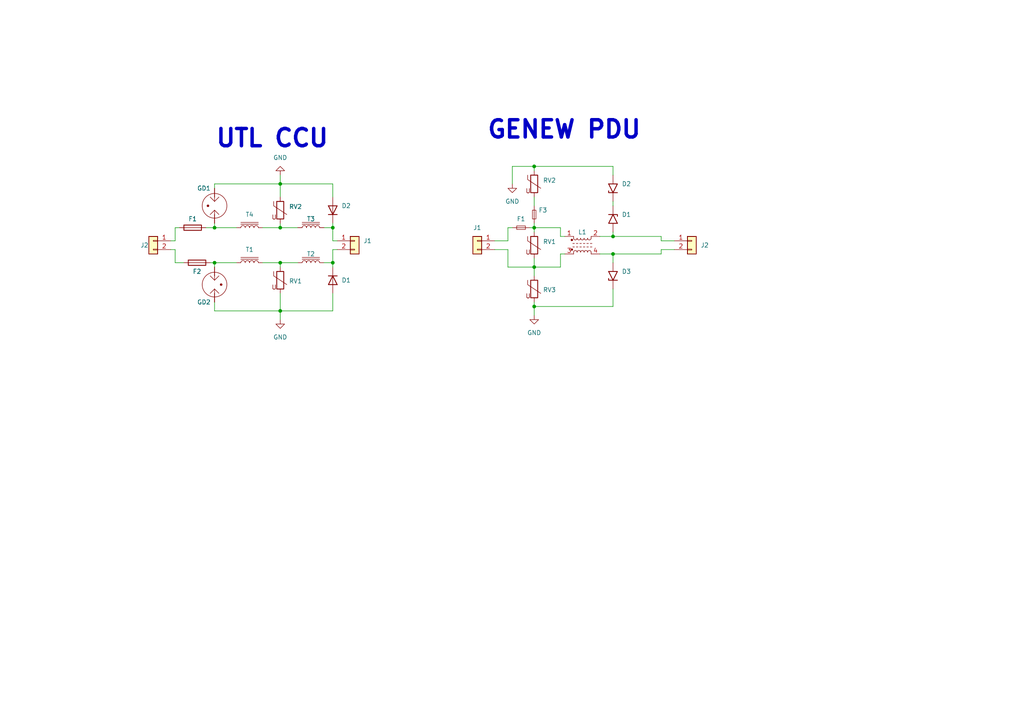
<source format=kicad_sch>
(kicad_sch (version 20211123) (generator eeschema)
  (paper "A4")
  (lib_symbols
    (symbol "Connector_Generic:Conn_01x02" (pin_names (offset 1.016) hide)
      (property "Reference" "J" (at 0 2.54 0))
      (property "Value" "Conn_01x02" (at 0 -5.08 0))
      (symbol "Conn_01x02_1_1"
        (rectangle (start -1.27 -2.413) (end 0 -2.667) (stroke (width 0.1524)))
        (rectangle (start -1.27 0.127) (end 0 -0.127) (stroke (width 0.1524)))
        (rectangle (start -1.27 1.27) (end 1.27 -3.81) (stroke (width 0.254)) (fill (type background)))
        (pin passive line (at -5.08 0 0) (length 3.81) (name "Pin_1") (number "1"))
        (pin passive line (at -5.08 -2.54 0) (length 3.81) (name "Pin_2") (number "2"))
      )
    )
    (symbol "Device:Fuse" (pin_numbers hide) (pin_names (offset 0))
      (property "Reference" "F" (at 2.032 0 90))
      (property "Value" "Fuse" (at -1.905 0 90))
      (symbol "Fuse_0_1"
        (rectangle (start -0.762 -2.54) (end 0.762 2.54) (stroke (width 0.254)))
        (polyline (pts (xy 0 2.54) (xy 0 -2.54)))
      )
      (symbol "Fuse_1_1"
        (pin passive line (at 0 3.81 270) (length 1.27) (name "~") (number "1"))
        (pin passive line (at 0 -3.81 90) (length 1.27) (name "~") (number "2"))
      )
    )
    (symbol "Device:Fuse_Small" (pin_numbers hide) (pin_names (offset 0.254) hide)
      (property "Reference" "F" (at 0 -1.524 0))
      (property "Value" "Fuse_Small" (at 0 1.524 0))
      (symbol "Fuse_Small_0_1"
        (rectangle (start -1.27 0.508) (end 1.27 -0.508))
        (polyline (pts (xy -1.27 0) (xy 1.27 0)))
      )
      (symbol "Fuse_Small_1_1"
        (pin passive line (at -2.54 0 0) (length 1.27) (name "~") (number "1"))
        (pin passive line (at 2.54 0 180) (length 1.27) (name "~") (number "2"))
      )
    )
    (symbol "Device:GDT_2Pin" (pin_numbers hide)
      (property "Reference" "GD" (at 5.08 0 90))
      (property "Value" "GDT_2Pin" (at 7.62 0 90))
      (symbol "GDT_2Pin_0_1"
        (polyline (pts (xy 0 -2.54) (xy 0 -1.27)))
        (polyline (pts (xy 0 -1.27) (xy -1.27 -2.54)))
        (polyline (pts (xy 0 -1.27) (xy 1.27 -2.54)))
        (polyline (pts (xy 0 1.27) (xy -1.27 2.54)))
        (polyline (pts (xy 0 1.27) (xy 1.27 2.54)))
        (polyline (pts (xy 0 2.54) (xy 0 1.27)))
        (circle (center 0 0) (radius 3.5814))
        (circle (center 1.905 0) (radius 0.127))
        (circle (center 1.905 0) (radius 0.127))
        (circle (center 1.905 0) (radius 0.2794))
        (circle (center 2.032 0) (radius 0.127))
      )
      (symbol "GDT_2Pin_1_1"
        (pin passive line (at 0 -5.08 90) (length 2.54) (name "~") (number "1"))
        (pin passive line (at 0 5.08 270) (length 2.54) (name "~") (number "3"))
      )
    )
    (symbol "Device:L_Ferrite_Coupled" (pin_names (offset 0.254) hide)
      (property "Reference" "L" (at 0 4.445 0))
      (property "Value" "L_Ferrite_Coupled" (at 0 -4.445 0))
      (symbol "L_Ferrite_Coupled_0_1"
        (circle (center -3.048 -1.27) (radius 0.254) (fill (type outline)))
        (circle (center -3.048 1.524) (radius 0.254) (fill (type outline)))
        (arc (start -2.54 2.032) (mid -2.032 1.524) (end -1.524 2.032))
        (arc (start -1.524 -2.032) (mid -2.032 -1.524) (end -2.54 -2.032))
        (arc (start -1.524 2.032) (mid -1.016 1.524) (end -0.508 2.032))
        (arc (start -0.508 -2.032) (mid -1.016 -1.524) (end -1.524 -2.032))
        (arc (start -0.508 2.032) (mid 0 1.524) (end 0.508 2.032))
        (polyline (pts (xy -2.794 -0.508) (xy -2.286 -0.508)))
        (polyline (pts (xy -2.794 0.508) (xy -2.286 0.508)))
        (polyline (pts (xy -2.54 -2.032) (xy -2.54 -2.54)))
        (polyline (pts (xy -2.54 2.032) (xy -2.54 2.54)))
        (polyline (pts (xy -1.778 -0.508) (xy -1.27 -0.508)))
        (polyline (pts (xy -1.778 0.508) (xy -1.27 0.508)))
        (polyline (pts (xy -0.762 -0.508) (xy -0.254 -0.508)))
        (polyline (pts (xy -0.762 0.508) (xy -0.254 0.508)))
        (polyline (pts (xy 0.254 -0.508) (xy 0.762 -0.508)))
        (polyline (pts (xy 0.254 0.508) (xy 0.762 0.508)))
        (polyline (pts (xy 1.27 -0.508) (xy 1.778 -0.508)))
        (polyline (pts (xy 1.27 0.508) (xy 1.778 0.508)))
        (polyline (pts (xy 2.286 -0.508) (xy 2.794 -0.508)))
        (polyline (pts (xy 2.286 0.508) (xy 2.794 0.508)))
        (polyline (pts (xy 2.54 -2.032) (xy 2.54 -2.54)))
        (polyline (pts (xy 2.54 2.54) (xy 2.54 2.032)))
        (arc (start 0.508 -2.032) (mid 0 -1.524) (end -0.508 -2.032))
        (arc (start 0.508 2.032) (mid 1.016 1.524) (end 1.524 2.032))
        (arc (start 1.524 -2.032) (mid 1.016 -1.524) (end 0.508 -2.032))
        (arc (start 1.524 2.032) (mid 2.032 1.524) (end 2.54 2.032))
        (arc (start 2.54 -2.032) (mid 2.032 -1.524) (end 1.524 -2.032))
      )
      (symbol "L_Ferrite_Coupled_1_1"
        (pin passive line (at -5.08 2.54 0) (length 2.54) (name "1") (number "1"))
        (pin passive line (at 5.08 2.54 180) (length 2.54) (name "2") (number "2"))
        (pin passive line (at -5.08 -2.54 0) (length 2.54) (name "3") (number "3"))
        (pin passive line (at 5.08 -2.54 180) (length 2.54) (name "4") (number "4"))
      )
    )
    (symbol "Device:L_Iron" (pin_numbers hide) (pin_names (offset 1.016) hide)
      (property "Reference" "L" (at -1.27 0 90))
      (property "Value" "L_Iron" (at 2.794 0 90))
      (symbol "L_Iron_0_1"
        (arc (start 0 -2.54) (mid 0.635 -1.905) (end 0 -1.27))
        (arc (start 0 -1.27) (mid 0.635 -0.635) (end 0 0))
        (polyline (pts (xy 1.016 2.54) (xy 1.016 -2.54)))
        (polyline (pts (xy 1.524 -2.54) (xy 1.524 2.54)))
        (arc (start 0 0) (mid 0.635 0.635) (end 0 1.27))
        (arc (start 0 1.27) (mid 0.635 1.905) (end 0 2.54))
      )
      (symbol "L_Iron_1_1"
        (pin passive line (at 0 3.81 270) (length 1.27) (name "1") (number "1"))
        (pin passive line (at 0 -3.81 90) (length 1.27) (name "2") (number "2"))
      )
    )
    (symbol "Device:Varistor" (pin_numbers hide) (pin_names (offset 0))
      (property "Reference" "RV" (at 3.175 0 90))
      (property "Value" "Varistor" (at -3.175 0 90))
      (symbol "Varistor_0_0"
        (text "U" (at -1.778 -2.032 0) (effects (font (size 1.27 1.27))))
      )
      (symbol "Varistor_0_1"
        (rectangle (start -1.016 -2.54) (end 1.016 2.54) (stroke (width 0.254)))
        (polyline (pts (xy -1.905 2.54) (xy -1.905 1.27) (xy 1.905 -1.27)))
      )
      (symbol "Varistor_1_1"
        (pin passive line (at 0 3.81 270) (length 1.27) (name "~") (number "1"))
        (pin passive line (at 0 -3.81 90) (length 1.27) (name "~") (number "2"))
      )
    )
    (symbol "Diode:1N62xxA" (pin_numbers hide) (pin_names (offset 1.016) hide)
      (property "Reference" "D" (at 0 2.54 0))
      (property "Value" "1N62xxA" (at 0 -2.54 0))
      (symbol "1N62xxA_0_1"
        (polyline (pts (xy -0.762 1.27) (xy -1.27 1.27) (xy -1.27 -1.27)) (stroke (width 0.254)))
        (polyline (pts (xy 1.27 1.27) (xy 1.27 -1.27) (xy -1.27 0) (xy 1.27 1.27)) (stroke (width 0.254)))
      )
      (symbol "1N62xxA_1_1"
        (pin passive line (at -3.81 0 0) (length 2.54) (name "A1") (number "1"))
        (pin passive line (at 3.81 0 180) (length 2.54) (name "A2") (number "2"))
      )
    )
    (symbol "Simulation_SPICE:DIODE" (pin_numbers hide) (pin_names (offset 1.016) hide)
      (property "Reference" "D" (at 0 2.54 0))
      (property "Value" "DIODE" (at 0 -2.54 0))
      (symbol "DIODE_0_1"
        (polyline (pts (xy 1.27 0) (xy -1.27 0)))
        (polyline (pts (xy 1.27 1.27) (xy 1.27 -1.27)) (stroke (width 0.254)))
        (polyline (pts (xy -1.27 -1.27) (xy -1.27 1.27) (xy 1.27 0) (xy -1.27 -1.27)) (stroke (width 0.254)))
      )
      (symbol "DIODE_1_1"
        (pin passive line (at -3.81 0 0) (length 2.54) (name "A") (number "1"))
        (pin passive line (at 3.81 0 180) (length 2.54) (name "K") (number "2"))
      )
    )
    (symbol "power:GND" (power) (pin_names (offset 0))
      (property "Value" "GND" (at 0 -3.81 0))
      (symbol "GND_0_1"
        (polyline (pts (xy 0 0) (xy 0 -1.27) (xy 1.27 -1.27) (xy 0 -2.54) (xy -1.27 -1.27) (xy 0 -1.27)))
      )
      (symbol "GND_1_1"
        (pin power_in line (at 0 0 270) (length 0) hide (name "GND") (number "1"))
      )
    )
  )
  (junction (at 81.28 76.2))
  (junction (at 96.52 76.2))
  (junction (at 62.23 66.04))
  (junction (at 154.94 88.9))
  (junction (at 154.94 48.26))
  (junction (at 81.28 53.34))
  (junction (at 81.28 66.04))
  (junction (at 81.28 90.17))
  (junction (at 177.8 73.66))
  (junction (at 96.52 66.04))
  (junction (at 62.23 76.2))
  (junction (at 177.8 68.58))
  (junction (at 154.94 77.47))
  (junction (at 154.94 66.04))
  (wire (pts (xy 59.69 66.04) (xy 62.23 66.04)))
  (wire (pts (xy 62.23 54.61) (xy 62.23 53.34)))
  (wire (pts (xy 154.94 66.04) (xy 154.94 67.31)))
  (wire (pts (xy 177.8 68.58) (xy 177.8 67.31)))
  (wire (pts (xy 195.58 72.39) (xy 191.77 72.39)))
  (wire (pts (xy 81.28 90.17) (xy 81.28 92.71)))
  (wire (pts (xy 50.8 66.04) (xy 52.07 66.04)))
  (wire (pts (xy 81.28 53.34) (xy 96.52 53.34)))
  (wire (pts (xy 81.28 53.34) (xy 81.28 57.15)))
  (wire (pts (xy 62.23 53.34) (xy 81.28 53.34)))
  (wire (pts (xy 62.23 64.77) (xy 62.23 66.04)))
  (wire (pts (xy 97.79 72.39) (xy 96.52 72.39)))
  (wire (pts (xy 162.56 77.47) (xy 154.94 77.47)))
  (wire (pts (xy 81.28 77.47) (xy 81.28 76.2)))
  (wire (pts (xy 177.8 58.42) (xy 177.8 59.69)))
  (wire (pts (xy 50.8 72.39) (xy 50.8 76.2)))
  (wire (pts (xy 154.94 57.15) (xy 154.94 59.69)))
  (wire (pts (xy 50.8 69.85) (xy 50.8 66.04)))
  (wire (pts (xy 154.94 88.9) (xy 154.94 91.44)))
  (wire (pts (xy 191.77 69.85) (xy 195.58 69.85)))
  (wire (pts (xy 49.53 72.39) (xy 50.8 72.39)))
  (wire (pts (xy 162.56 66.04) (xy 162.56 68.58)))
  (wire (pts (xy 81.28 90.17) (xy 81.28 85.09)))
  (wire (pts (xy 96.52 85.09) (xy 96.52 90.17)))
  (wire (pts (xy 143.51 72.39) (xy 147.32 72.39)))
  (wire (pts (xy 81.28 50.8) (xy 81.28 53.34)))
  (wire (pts (xy 81.28 76.2) (xy 76.2 76.2)))
  (wire (pts (xy 62.23 87.63) (xy 62.23 90.17)))
  (wire (pts (xy 153.67 66.04) (xy 154.94 66.04)))
  (wire (pts (xy 62.23 90.17) (xy 81.28 90.17)))
  (wire (pts (xy 96.52 76.2) (xy 96.52 77.47)))
  (wire (pts (xy 60.96 76.2) (xy 62.23 76.2)))
  (wire (pts (xy 154.94 87.63) (xy 154.94 88.9)))
  (wire (pts (xy 147.32 66.04) (xy 148.59 66.04)))
  (wire (pts (xy 96.52 64.77) (xy 96.52 66.04)))
  (wire (pts (xy 97.79 69.85) (xy 96.52 69.85)))
  (wire (pts (xy 177.8 83.82) (xy 177.8 88.9)))
  (wire (pts (xy 68.58 76.2) (xy 62.23 76.2)))
  (wire (pts (xy 177.8 76.2) (xy 177.8 73.66)))
  (wire (pts (xy 96.52 66.04) (xy 93.98 66.04)))
  (wire (pts (xy 81.28 76.2) (xy 86.36 76.2)))
  (wire (pts (xy 154.94 49.53) (xy 154.94 48.26)))
  (wire (pts (xy 162.56 66.04) (xy 154.94 66.04)))
  (wire (pts (xy 154.94 77.47) (xy 154.94 80.01)))
  (wire (pts (xy 177.8 48.26) (xy 154.94 48.26)))
  (wire (pts (xy 162.56 73.66) (xy 162.56 77.47)))
  (wire (pts (xy 177.8 68.58) (xy 191.77 68.58)))
  (wire (pts (xy 147.32 69.85) (xy 147.32 66.04)))
  (wire (pts (xy 177.8 88.9) (xy 154.94 88.9)))
  (wire (pts (xy 191.77 72.39) (xy 191.77 73.66)))
  (wire (pts (xy 49.53 69.85) (xy 50.8 69.85)))
  (wire (pts (xy 191.77 68.58) (xy 191.77 69.85)))
  (wire (pts (xy 154.94 64.77) (xy 154.94 66.04)))
  (wire (pts (xy 96.52 69.85) (xy 96.52 66.04)))
  (wire (pts (xy 76.2 66.04) (xy 81.28 66.04)))
  (wire (pts (xy 147.32 77.47) (xy 154.94 77.47)))
  (wire (pts (xy 62.23 66.04) (xy 68.58 66.04)))
  (wire (pts (xy 62.23 76.2) (xy 62.23 77.47)))
  (wire (pts (xy 173.99 68.58) (xy 177.8 68.58)))
  (wire (pts (xy 177.8 50.8) (xy 177.8 48.26)))
  (wire (pts (xy 148.59 48.26) (xy 148.59 53.34)))
  (wire (pts (xy 81.28 64.77) (xy 81.28 66.04)))
  (wire (pts (xy 177.8 73.66) (xy 173.99 73.66)))
  (wire (pts (xy 96.52 53.34) (xy 96.52 57.15)))
  (wire (pts (xy 50.8 76.2) (xy 53.34 76.2)))
  (wire (pts (xy 93.98 76.2) (xy 96.52 76.2)))
  (wire (pts (xy 96.52 90.17) (xy 81.28 90.17)))
  (wire (pts (xy 162.56 73.66) (xy 163.83 73.66)))
  (wire (pts (xy 177.8 73.66) (xy 191.77 73.66)))
  (wire (pts (xy 96.52 72.39) (xy 96.52 76.2)))
  (wire (pts (xy 147.32 72.39) (xy 147.32 77.47)))
  (wire (pts (xy 81.28 66.04) (xy 86.36 66.04)))
  (wire (pts (xy 162.56 68.58) (xy 163.83 68.58)))
  (wire (pts (xy 143.51 69.85) (xy 147.32 69.85)))
  (wire (pts (xy 154.94 48.26) (xy 148.59 48.26)))
  (wire (pts (xy 154.94 74.93) (xy 154.94 77.47)))
  (text "GENEW PDU" (at 140.97 40.64 0) (effects (font (size 5 5) (thickness 1) bold) (justify left bottom)))
  (text "UTL CCU" (at 62.23 43.18 0) (effects (font (size 5 5) (thickness 1) bold) (justify left bottom)))
  (symbol (lib_id "Device:Varistor") (at 81.28 60.96 0) (unit 1)
    (property "Reference" "RV2" (at 83.82 59.9431 0) (effects (justify left)))
    (property "Value" "Varistor" (effects hide))
  )
  (symbol (lib_id "Device:Fuse") (at 57.15 76.2 90) (unit 1)
    (property "Reference" "F2" (at 57.15 78.74 90))
    (property "Value" "Fuse" (effects hide))
  )
  (symbol (lib_id "Device:Fuse_Small") (at 154.94 62.23 90) (unit 1)
    (property "Reference" "F3" (at 156.21 60.9599 90) (effects (justify right)))
    (property "Value" "Fuse_Small" (effects hide))
  )
  (symbol (lib_id "Connector_Generic:Conn_01x02") (at 200.66 69.85 0) (unit 1)
    (property "Reference" "J2" (at 203.2 71.1199 0) (effects (justify left)))
    (property "Value" "Conn_01x02" (effects hide))
  )
  (symbol (lib_id "Device:GDT_2Pin") (at 62.23 59.69 180) (unit 1)
    (property "Reference" "GD1" (at 57.15 54.61 0) (effects (justify right)))
    (property "Value" "GDT_2Pin" (effects hide))
  )
  (symbol (lib_id "Device:Fuse") (at 55.88 66.04 90) (unit 1)
    (property "Reference" "F1" (at 55.88 63.5 90))
    (property "Value" "Fuse" (effects hide))
  )
  (symbol (lib_id "Diode:1N62xxA") (at 177.8 54.61 90) (unit 1)
    (property "Reference" "D2" (at 180.34 53.3399 90) (effects (justify right)))
    (property "Value" "1N62xxA" (effects hide))
    (property "Footprint" "Diode_THT:D_DO-201AE_P15.24mm_Horizontal" (effects hide))
    (property "Datasheet" "https://www.vishay.com/docs/88301/15ke.pdf" (effects hide))
  )
  (symbol (lib_id "Device:L_Iron") (at 90.17 66.04 90) (unit 1)
    (property "Reference" "T3" (at 90.17 63.5 90))
    (property "Value" "L_Iron" (effects hide))
  )
  (symbol (lib_id "Device:L_Iron") (at 72.39 76.2 90) (unit 1)
    (property "Reference" "T1" (at 72.39 72.39 90))
    (property "Value" "L_Iron" (effects hide))
  )
  (symbol (lib_id "power:GND") (at 154.94 91.44 0) (unit 1)
    (property "Reference" "#PWR?" (effects hide))
    (property "Value" "GND" (at 154.94 96.52 0))
  )
  (symbol (lib_id "Simulation_SPICE:DIODE") (at 96.52 60.96 270) (unit 1)
    (property "Reference" "D2" (at 99.06 59.6899 90) (effects (justify left)))
    (property "Value" "DIODE" (effects hide))
    (property "Spice_Netlist_Enabled" "Y" (effects hide))
    (property "Spice_Primitive" "D" (effects hide))
  )
  (symbol (lib_id "Diode:1N62xxA") (at 177.8 80.01 90) (unit 1)
    (property "Reference" "D3" (at 180.34 78.7399 90) (effects (justify right)))
    (property "Value" "1N62xxA" (effects hide))
    (property "Footprint" "Diode_THT:D_DO-201AE_P15.24mm_Horizontal" (effects hide))
    (property "Datasheet" "https://www.vishay.com/docs/88301/15ke.pdf" (effects hide))
  )
  (symbol (lib_id "Device:Varistor") (at 154.94 83.82 0) (unit 1)
    (property "Reference" "RV3" (at 157.48 84.0731 0) (effects (justify left)))
    (property "Value" "Varistor" (effects hide))
  )
  (symbol (lib_id "Device:Fuse_Small") (at 151.13 66.04 0) (unit 1)
    (property "Reference" "F1" (at 151.13 63.5 0))
    (property "Value" "Fuse_Small" (effects hide))
  )
  (symbol (lib_id "Connector_Generic:Conn_01x02") (at 44.45 69.85 0) (mirror y) (unit 1)
    (property "Reference" "J2" (at 41.91 71.12 0))
    (property "Value" "Conn_01x02" (effects hide))
  )
  (symbol (lib_id "power:GND") (at 148.59 53.34 0) (unit 1)
    (property "Reference" "#PWR?" (effects hide))
    (property "Value" "GND" (at 148.59 58.42 0))
  )
  (symbol (lib_id "Device:L_Iron") (at 72.39 66.04 90) (unit 1)
    (property "Reference" "T4" (at 72.39 62.23 90))
    (property "Value" "L_Iron" (effects hide))
  )
  (symbol (lib_id "power:GND") (at 81.28 92.71 0) (unit 1)
    (property "Reference" "#PWR?" (effects hide))
    (property "Value" "GND" (at 81.28 97.79 0))
  )
  (symbol (lib_id "power:GND") (at 81.28 50.8 180) (unit 1)
    (property "Reference" "#PWR?" (effects hide))
    (property "Value" "GND" (at 81.28 45.72 0))
  )
  (symbol (lib_id "Connector_Generic:Conn_01x02") (at 102.87 69.85 0) (unit 1)
    (property "Reference" "J1" (at 105.41 69.8499 0) (effects (justify left)))
    (property "Value" "Conn_01x02" (effects hide))
  )
  (symbol (lib_id "Device:Varistor") (at 154.94 53.34 0) (unit 1)
    (property "Reference" "RV2" (at 157.48 52.3231 0) (effects (justify left)))
    (property "Value" "Varistor" (effects hide))
  )
  (symbol (lib_id "Simulation_SPICE:DIODE") (at 96.52 81.28 90) (unit 1)
    (property "Reference" "D1" (at 99.06 81.28 90) (effects (justify right)))
    (property "Value" "DIODE" (effects hide))
    (property "Spice_Netlist_Enabled" "Y" (effects hide))
    (property "Spice_Primitive" "D" (effects hide))
  )
  (symbol (lib_id "Device:Varistor") (at 81.28 81.28 0) (unit 1)
    (property "Reference" "RV1" (at 83.82 81.5331 0) (effects (justify left)))
    (property "Value" "Varistor" (effects hide))
  )
  (symbol (lib_id "Device:L_Ferrite_Coupled") (at 168.91 71.12 0) (unit 1)
    (property "Reference" "L1" (at 168.91 67.31 0))
    (property "Value" "L_Ferrite_Coupled" (effects hide))
  )
  (symbol (lib_id "Device:L_Iron") (at 90.17 76.2 90) (unit 1)
    (property "Reference" "T2" (at 90.17 73.66 90))
    (property "Value" "L_Iron" (effects hide))
  )
  (symbol (lib_id "Device:GDT_2Pin") (at 62.23 82.55 0) (unit 1)
    (property "Reference" "GD2" (at 57.15 87.63 0) (effects (justify left)))
    (property "Value" "GDT_2Pin" (effects hide))
  )
  (symbol (lib_id "Diode:1N62xxA") (at 177.8 63.5 270) (unit 1)
    (property "Reference" "D1" (at 180.34 62.2299 90) (effects (justify left)))
    (property "Value" "1N62xxA" (effects hide))
    (property "Footprint" "Diode_THT:D_DO-201AE_P15.24mm_Horizontal" (effects hide))
    (property "Datasheet" "https://www.vishay.com/docs/88301/15ke.pdf" (effects hide))
  )
  (symbol (lib_id "Connector_Generic:Conn_01x02") (at 138.43 69.85 0) (mirror y) (unit 1)
    (property "Reference" "J1" (at 138.43 66.04 0))
    (property "Value" "Conn_01x02" (effects hide))
  )
  (symbol (lib_id "Device:Varistor") (at 154.94 71.12 0) (unit 1)
    (property "Reference" "RV1" (at 157.48 70.1031 0) (effects (justify left)))
    (property "Value" "Varistor" (effects hide))
  )
)
</source>
